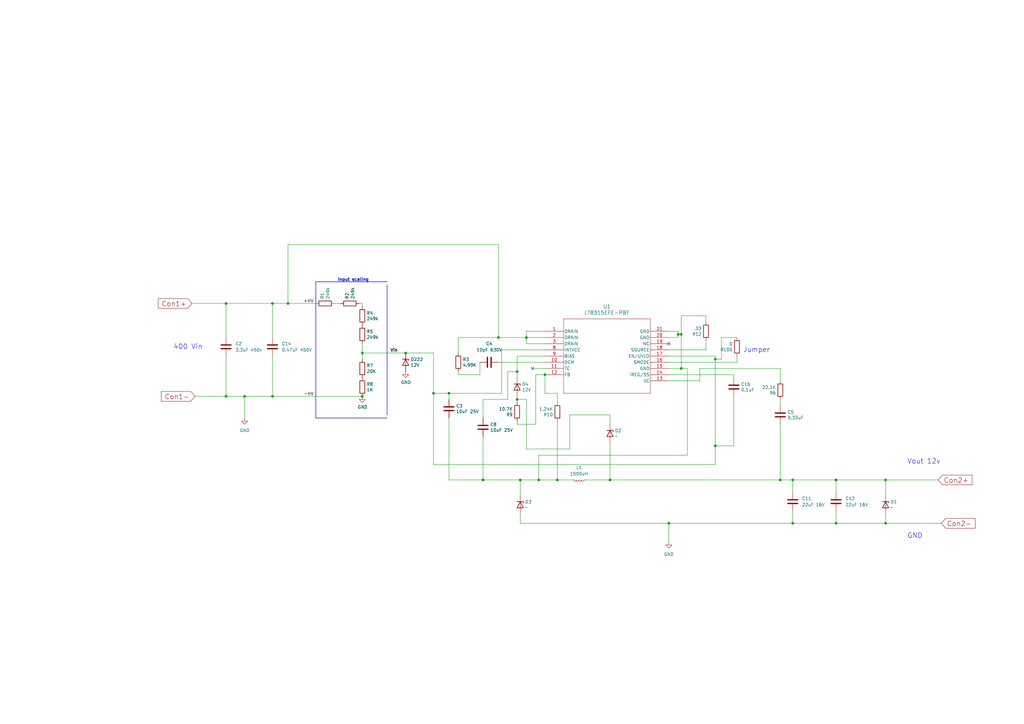
<source format=kicad_sch>
(kicad_sch (version 20230121) (generator eeschema)

  (uuid 9b1cb9e4-db35-406f-93b4-332c1c08ed7c)

  (paper "A3")

  (title_block
    (title "Voltage Present")
    (date "2024-03-04")
    (company "RPI ")
  )

  (lib_symbols
    (symbol "2024-03-05_01-40-58:LT8315EFE-PBF" (pin_names (offset 0.254)) (in_bom yes) (on_board yes)
      (property "Reference" "U" (at 25.4 10.16 0)
        (effects (font (size 1.524 1.524)))
      )
      (property "Value" "LT8315EFE-PBF" (at 25.4 7.62 0)
        (effects (font (size 1.524 1.524)))
      )
      (property "Footprint" "FE_20BB_ADI" (at 0 0 0)
        (effects (font (size 1.27 1.27) italic) hide)
      )
      (property "Datasheet" "LT8315EFE-PBF" (at 0 0 0)
        (effects (font (size 1.27 1.27) italic) hide)
      )
      (property "ki_locked" "" (at 0 0 0)
        (effects (font (size 1.27 1.27)))
      )
      (property "ki_keywords" "LT8315EFE#PBF" (at 0 0 0)
        (effects (font (size 1.27 1.27)) hide)
      )
      (property "ki_fp_filters" "FE_20BB_ADI FE_20_ADI-M FE_20_ADI-L" (at 0 0 0)
        (effects (font (size 1.27 1.27)) hide)
      )
      (symbol "LT8315EFE-PBF_0_1"
        (polyline
          (pts
            (xy 7.62 -25.4)
            (xy 43.18 -25.4)
          )
          (stroke (width 0.127) (type default))
          (fill (type none))
        )
        (polyline
          (pts
            (xy 7.62 5.08)
            (xy 7.62 -25.4)
          )
          (stroke (width 0.127) (type default))
          (fill (type none))
        )
        (polyline
          (pts
            (xy 43.18 -25.4)
            (xy 43.18 5.08)
          )
          (stroke (width 0.127) (type default))
          (fill (type none))
        )
        (polyline
          (pts
            (xy 43.18 5.08)
            (xy 7.62 5.08)
          )
          (stroke (width 0.127) (type default))
          (fill (type none))
        )
        (pin unspecified line (at 0 0 0) (length 7.62)
          (name "DRAIN" (effects (font (size 1.27 1.27))))
          (number "1" (effects (font (size 1.27 1.27))))
        )
        (pin unspecified line (at 0 -12.7 0) (length 7.62)
          (name "DCM" (effects (font (size 1.27 1.27))))
          (number "10" (effects (font (size 1.27 1.27))))
        )
        (pin unspecified line (at 0 -15.24 0) (length 7.62)
          (name "TC" (effects (font (size 1.27 1.27))))
          (number "11" (effects (font (size 1.27 1.27))))
        )
        (pin unspecified line (at 0 -17.78 0) (length 7.62)
          (name "FB" (effects (font (size 1.27 1.27))))
          (number "12" (effects (font (size 1.27 1.27))))
        )
        (pin unspecified line (at 50.8 -20.32 180) (length 7.62)
          (name "VC" (effects (font (size 1.27 1.27))))
          (number "13" (effects (font (size 1.27 1.27))))
        )
        (pin unspecified line (at 50.8 -17.78 180) (length 7.62)
          (name "IREG/SS" (effects (font (size 1.27 1.27))))
          (number "14" (effects (font (size 1.27 1.27))))
        )
        (pin unspecified line (at 50.8 -15.24 180) (length 7.62)
          (name "GND" (effects (font (size 1.27 1.27))))
          (number "15" (effects (font (size 1.27 1.27))))
        )
        (pin unspecified line (at 50.8 -12.7 180) (length 7.62)
          (name "SMODE" (effects (font (size 1.27 1.27))))
          (number "16" (effects (font (size 1.27 1.27))))
        )
        (pin unspecified line (at 50.8 -10.16 180) (length 7.62)
          (name "EN/UVLO" (effects (font (size 1.27 1.27))))
          (number "17" (effects (font (size 1.27 1.27))))
        )
        (pin unspecified line (at 50.8 -7.62 180) (length 7.62)
          (name "SOURCE" (effects (font (size 1.27 1.27))))
          (number "18" (effects (font (size 1.27 1.27))))
        )
        (pin unspecified line (at 50.8 -5.08 180) (length 7.62)
          (name "NC" (effects (font (size 1.27 1.27))))
          (number "19" (effects (font (size 1.27 1.27))))
        )
        (pin unspecified line (at 0 -2.54 0) (length 7.62)
          (name "DRAIN" (effects (font (size 1.27 1.27))))
          (number "2" (effects (font (size 1.27 1.27))))
        )
        (pin unspecified line (at 50.8 -2.54 180) (length 7.62)
          (name "GND" (effects (font (size 1.27 1.27))))
          (number "20" (effects (font (size 1.27 1.27))))
        )
        (pin unspecified line (at 50.8 0 180) (length 7.62)
          (name "GND" (effects (font (size 1.27 1.27))))
          (number "21" (effects (font (size 1.27 1.27))))
        )
        (pin unspecified line (at 0 -5.08 0) (length 7.62)
          (name "DRAIN" (effects (font (size 1.27 1.27))))
          (number "3" (effects (font (size 1.27 1.27))))
        )
        (pin unspecified line (at 0 -7.62 0) (length 7.62)
          (name "INTVCC" (effects (font (size 1.27 1.27))))
          (number "8" (effects (font (size 1.27 1.27))))
        )
        (pin unspecified line (at 0 -10.16 0) (length 7.62)
          (name "BIAS" (effects (font (size 1.27 1.27))))
          (number "9" (effects (font (size 1.27 1.27))))
        )
      )
    )
    (symbol "Device:C" (pin_numbers hide) (pin_names (offset 0.254)) (in_bom yes) (on_board yes)
      (property "Reference" "C" (at 0.635 2.54 0)
        (effects (font (size 1.27 1.27)) (justify left))
      )
      (property "Value" "C" (at 0.635 -2.54 0)
        (effects (font (size 1.27 1.27)) (justify left))
      )
      (property "Footprint" "" (at 0.9652 -3.81 0)
        (effects (font (size 1.27 1.27)) hide)
      )
      (property "Datasheet" "~" (at 0 0 0)
        (effects (font (size 1.27 1.27)) hide)
      )
      (property "ki_keywords" "cap capacitor" (at 0 0 0)
        (effects (font (size 1.27 1.27)) hide)
      )
      (property "ki_description" "Unpolarized capacitor" (at 0 0 0)
        (effects (font (size 1.27 1.27)) hide)
      )
      (property "ki_fp_filters" "C_*" (at 0 0 0)
        (effects (font (size 1.27 1.27)) hide)
      )
      (symbol "C_0_1"
        (polyline
          (pts
            (xy -2.032 -0.762)
            (xy 2.032 -0.762)
          )
          (stroke (width 0.508) (type default))
          (fill (type none))
        )
        (polyline
          (pts
            (xy -2.032 0.762)
            (xy 2.032 0.762)
          )
          (stroke (width 0.508) (type default))
          (fill (type none))
        )
      )
      (symbol "C_1_1"
        (pin passive line (at 0 3.81 270) (length 2.794)
          (name "~" (effects (font (size 1.27 1.27))))
          (number "1" (effects (font (size 1.27 1.27))))
        )
        (pin passive line (at 0 -3.81 90) (length 2.794)
          (name "~" (effects (font (size 1.27 1.27))))
          (number "2" (effects (font (size 1.27 1.27))))
        )
      )
    )
    (symbol "Device:D_Zener" (pin_numbers hide) (pin_names (offset 1.016) hide) (in_bom yes) (on_board yes)
      (property "Reference" "D" (at 0 2.54 0)
        (effects (font (size 1.27 1.27)))
      )
      (property "Value" "D_Zener" (at 0 -2.54 0)
        (effects (font (size 1.27 1.27)))
      )
      (property "Footprint" "" (at 0 0 0)
        (effects (font (size 1.27 1.27)) hide)
      )
      (property "Datasheet" "~" (at 0 0 0)
        (effects (font (size 1.27 1.27)) hide)
      )
      (property "ki_keywords" "diode" (at 0 0 0)
        (effects (font (size 1.27 1.27)) hide)
      )
      (property "ki_description" "Zener diode" (at 0 0 0)
        (effects (font (size 1.27 1.27)) hide)
      )
      (property "ki_fp_filters" "TO-???* *_Diode_* *SingleDiode* D_*" (at 0 0 0)
        (effects (font (size 1.27 1.27)) hide)
      )
      (symbol "D_Zener_0_1"
        (polyline
          (pts
            (xy 1.27 0)
            (xy -1.27 0)
          )
          (stroke (width 0) (type default))
          (fill (type none))
        )
        (polyline
          (pts
            (xy -1.27 -1.27)
            (xy -1.27 1.27)
            (xy -0.762 1.27)
          )
          (stroke (width 0.254) (type default))
          (fill (type none))
        )
        (polyline
          (pts
            (xy 1.27 -1.27)
            (xy 1.27 1.27)
            (xy -1.27 0)
            (xy 1.27 -1.27)
          )
          (stroke (width 0.254) (type default))
          (fill (type none))
        )
      )
      (symbol "D_Zener_1_1"
        (pin passive line (at -3.81 0 0) (length 2.54)
          (name "K" (effects (font (size 1.27 1.27))))
          (number "1" (effects (font (size 1.27 1.27))))
        )
        (pin passive line (at 3.81 0 180) (length 2.54)
          (name "A" (effects (font (size 1.27 1.27))))
          (number "2" (effects (font (size 1.27 1.27))))
        )
      )
    )
    (symbol "Device:L_Small" (pin_numbers hide) (pin_names (offset 0.254) hide) (in_bom yes) (on_board yes)
      (property "Reference" "L" (at 0.762 1.016 0)
        (effects (font (size 1.27 1.27)) (justify left))
      )
      (property "Value" "L_Small" (at 0.762 -1.016 0)
        (effects (font (size 1.27 1.27)) (justify left))
      )
      (property "Footprint" "" (at 0 0 0)
        (effects (font (size 1.27 1.27)) hide)
      )
      (property "Datasheet" "~" (at 0 0 0)
        (effects (font (size 1.27 1.27)) hide)
      )
      (property "ki_keywords" "inductor choke coil reactor magnetic" (at 0 0 0)
        (effects (font (size 1.27 1.27)) hide)
      )
      (property "ki_description" "Inductor, small symbol" (at 0 0 0)
        (effects (font (size 1.27 1.27)) hide)
      )
      (property "ki_fp_filters" "Choke_* *Coil* Inductor_* L_*" (at 0 0 0)
        (effects (font (size 1.27 1.27)) hide)
      )
      (symbol "L_Small_0_1"
        (arc (start 0 -2.032) (mid 0.5058 -1.524) (end 0 -1.016)
          (stroke (width 0) (type default))
          (fill (type none))
        )
        (arc (start 0 -1.016) (mid 0.5058 -0.508) (end 0 0)
          (stroke (width 0) (type default))
          (fill (type none))
        )
        (arc (start 0 0) (mid 0.5058 0.508) (end 0 1.016)
          (stroke (width 0) (type default))
          (fill (type none))
        )
        (arc (start 0 1.016) (mid 0.5058 1.524) (end 0 2.032)
          (stroke (width 0) (type default))
          (fill (type none))
        )
      )
      (symbol "L_Small_1_1"
        (pin passive line (at 0 2.54 270) (length 0.508)
          (name "~" (effects (font (size 1.27 1.27))))
          (number "1" (effects (font (size 1.27 1.27))))
        )
        (pin passive line (at 0 -2.54 90) (length 0.508)
          (name "~" (effects (font (size 1.27 1.27))))
          (number "2" (effects (font (size 1.27 1.27))))
        )
      )
    )
    (symbol "Device:R" (pin_numbers hide) (pin_names (offset 0)) (in_bom yes) (on_board yes)
      (property "Reference" "R" (at 2.032 0 90)
        (effects (font (size 1.27 1.27)))
      )
      (property "Value" "R" (at 0 0 90)
        (effects (font (size 1.27 1.27)))
      )
      (property "Footprint" "" (at -1.778 0 90)
        (effects (font (size 1.27 1.27)) hide)
      )
      (property "Datasheet" "~" (at 0 0 0)
        (effects (font (size 1.27 1.27)) hide)
      )
      (property "ki_keywords" "R res resistor" (at 0 0 0)
        (effects (font (size 1.27 1.27)) hide)
      )
      (property "ki_description" "Resistor" (at 0 0 0)
        (effects (font (size 1.27 1.27)) hide)
      )
      (property "ki_fp_filters" "R_*" (at 0 0 0)
        (effects (font (size 1.27 1.27)) hide)
      )
      (symbol "R_0_1"
        (rectangle (start -1.016 -2.54) (end 1.016 2.54)
          (stroke (width 0.254) (type default))
          (fill (type none))
        )
      )
      (symbol "R_1_1"
        (pin passive line (at 0 3.81 270) (length 1.27)
          (name "~" (effects (font (size 1.27 1.27))))
          (number "1" (effects (font (size 1.27 1.27))))
        )
        (pin passive line (at 0 -3.81 90) (length 1.27)
          (name "~" (effects (font (size 1.27 1.27))))
          (number "2" (effects (font (size 1.27 1.27))))
        )
      )
    )
    (symbol "power:GND" (power) (pin_names (offset 0)) (in_bom yes) (on_board yes)
      (property "Reference" "#PWR" (at 0 -6.35 0)
        (effects (font (size 1.27 1.27)) hide)
      )
      (property "Value" "GND" (at 0 -3.81 0)
        (effects (font (size 1.27 1.27)))
      )
      (property "Footprint" "" (at 0 0 0)
        (effects (font (size 1.27 1.27)) hide)
      )
      (property "Datasheet" "" (at 0 0 0)
        (effects (font (size 1.27 1.27)) hide)
      )
      (property "ki_keywords" "global power" (at 0 0 0)
        (effects (font (size 1.27 1.27)) hide)
      )
      (property "ki_description" "Power symbol creates a global label with name \"GND\" , ground" (at 0 0 0)
        (effects (font (size 1.27 1.27)) hide)
      )
      (symbol "GND_0_1"
        (polyline
          (pts
            (xy 0 0)
            (xy 0 -1.27)
            (xy 1.27 -1.27)
            (xy 0 -2.54)
            (xy -1.27 -1.27)
            (xy 0 -1.27)
          )
          (stroke (width 0) (type default))
          (fill (type none))
        )
      )
      (symbol "GND_1_1"
        (pin power_in line (at 0 0 270) (length 0) hide
          (name "GND" (effects (font (size 1.27 1.27))))
          (number "1" (effects (font (size 1.27 1.27))))
        )
      )
    )
  )

  (junction (at 166.37 144.78) (diameter 0) (color 0 0 0 0)
    (uuid 01934263-9507-4a43-bef8-428e050c5da8)
  )
  (junction (at 325.12 214.63) (diameter 0) (color 0 0 0 0)
    (uuid 100b59e0-2d49-4f30-b2af-30bd6aa71460)
  )
  (junction (at 92.71 124.46) (diameter 0) (color 0 0 0 0)
    (uuid 12a20599-861a-4253-bf4e-fc64b28b915d)
  )
  (junction (at 111.76 162.56) (diameter 0) (color 0 0 0 0)
    (uuid 1481912c-4650-4886-9824-329e2973aaf7)
  )
  (junction (at 279.4 151.13) (diameter 0) (color 0 0 0 0)
    (uuid 14f85b5e-f598-444e-ac7b-58426d104101)
  )
  (junction (at 223.52 153.67) (diameter 0) (color 0 0 0 0)
    (uuid 21563bdd-1316-4836-9250-e6fec0121f25)
  )
  (junction (at 198.12 196.85) (diameter 0) (color 0 0 0 0)
    (uuid 25dd357b-6753-4d2f-b1ec-3ae8cde38711)
  )
  (junction (at 293.37 182.88) (diameter 0) (color 0 0 0 0)
    (uuid 2ab2a515-927c-4cab-8453-2497b6a78e1c)
  )
  (junction (at 320.04 196.85) (diameter 0) (color 0 0 0 0)
    (uuid 33316e70-1b20-433a-8fd8-51b4b59daea9)
  )
  (junction (at 220.98 196.85) (diameter 0) (color 0 0 0 0)
    (uuid 38e1a05a-5cad-484a-ae3e-fcf548956998)
  )
  (junction (at 215.9 138.43) (diameter 0) (color 0 0 0 0)
    (uuid 400a60d7-dcd4-4a3c-be74-e9371f9f82a5)
  )
  (junction (at 228.6 196.85) (diameter 0) (color 0 0 0 0)
    (uuid 4bd5f9bd-1726-4d09-8c19-d158fcb58f55)
  )
  (junction (at 212.09 152.4) (diameter 0) (color 0 0 0 0)
    (uuid 55f770e4-6120-40b2-956c-9f45f80ac41d)
  )
  (junction (at 148.59 162.56) (diameter 0) (color 0 0 0 0)
    (uuid 61630378-4930-47f2-861f-8c039a65bec4)
  )
  (junction (at 363.22 214.63) (diameter 0) (color 0 0 0 0)
    (uuid 71e12183-896c-4f4f-a8c3-bc085d01a3bb)
  )
  (junction (at 177.8 161.29) (diameter 0) (color 0 0 0 0)
    (uuid 76e05c76-bfa7-4c58-8374-39662b7f7b26)
  )
  (junction (at 274.32 214.63) (diameter 0) (color 0 0 0 0)
    (uuid 7822a5c5-26f8-4b68-9582-683d039f0e75)
  )
  (junction (at 111.76 124.46) (diameter 0) (color 0 0 0 0)
    (uuid 7930a773-f2c4-42e6-9938-b695bea177a9)
  )
  (junction (at 100.33 162.56) (diameter 0) (color 0 0 0 0)
    (uuid 7d47099b-bf63-432d-9542-16ce8e6fa6fa)
  )
  (junction (at 279.4 137.16) (diameter 0) (color 0 0 0 0)
    (uuid 83809c13-a4fd-45e0-a923-4756519d6fb8)
  )
  (junction (at 148.59 144.78) (diameter 0) (color 0 0 0 0)
    (uuid 854802cc-8896-468d-886f-294f0eb8ca8a)
  )
  (junction (at 204.47 138.43) (diameter 0) (color 0 0 0 0)
    (uuid a874f89d-fb56-4398-8d60-17bdfbf314bd)
  )
  (junction (at 278.13 137.16) (diameter 0) (color 0 0 0 0)
    (uuid ac058349-5ad3-4c00-ba0b-feaf89e14bef)
  )
  (junction (at 212.09 163.83) (diameter 0) (color 0 0 0 0)
    (uuid ac8a34a1-d9aa-4aba-90d9-fd33bc076fd0)
  )
  (junction (at 250.19 196.85) (diameter 0) (color 0 0 0 0)
    (uuid af9755f8-dd8e-4887-b6e2-010896241291)
  )
  (junction (at 342.9 214.63) (diameter 0) (color 0 0 0 0)
    (uuid b6ed29e9-5174-4b6e-bbdb-2b00f102d142)
  )
  (junction (at 293.37 147.32) (diameter 0) (color 0 0 0 0)
    (uuid b97c8289-3f8a-4c65-b5f5-3d95d37dd07c)
  )
  (junction (at 118.11 124.46) (diameter 0) (color 0 0 0 0)
    (uuid cacbd9ee-0c79-4d3a-9dd0-1abdbeedfaa4)
  )
  (junction (at 325.12 196.85) (diameter 0) (color 0 0 0 0)
    (uuid d4d1a91a-96bb-4245-bbd2-5843c3c58f84)
  )
  (junction (at 363.22 196.85) (diameter 0) (color 0 0 0 0)
    (uuid d7ccefc2-c964-4f69-b62a-1a3e00045aac)
  )
  (junction (at 213.36 196.85) (diameter 0) (color 0 0 0 0)
    (uuid e50f4947-29a3-4cf5-b38d-5516a23df6ce)
  )
  (junction (at 342.9 196.85) (diameter 0) (color 0 0 0 0)
    (uuid ef88fff4-89a5-4e0d-a91c-49cbaeb5dd34)
  )
  (junction (at 184.15 161.29) (diameter 0) (color 0 0 0 0)
    (uuid fefb327d-df85-4eeb-9c1a-1d9caa41a383)
  )
  (junction (at 92.71 162.56) (diameter 0) (color 0 0 0 0)
    (uuid ff096e1b-042c-4c0f-857a-5eaf736e462a)
  )

  (no_connect (at 274.32 140.97) (uuid 0d0ca0c8-35c5-4cea-951e-44b286dab679))
  (no_connect (at 218.44 151.13) (uuid e1f38c79-4abc-4084-ab93-48ead1bdadf3))

  (wire (pts (xy 363.22 196.85) (xy 384.81 196.85))
    (stroke (width 0) (type default))
    (uuid 05f45b71-2059-49fc-ac4c-cced456f902b)
  )
  (wire (pts (xy 212.09 152.4) (xy 212.09 146.05))
    (stroke (width 0) (type default))
    (uuid 06f77d3f-cd3d-4135-b1b4-3b9110ef9c5f)
  )
  (wire (pts (xy 212.09 162.56) (xy 212.09 163.83))
    (stroke (width 0) (type default))
    (uuid 08162c5e-872b-4067-9f00-28941fd5abd5)
  )
  (wire (pts (xy 228.6 172.72) (xy 228.6 196.85))
    (stroke (width 0) (type default))
    (uuid 08195af3-6591-4714-9b08-3163fabbc510)
  )
  (wire (pts (xy 177.8 161.29) (xy 177.8 190.5))
    (stroke (width 0) (type default))
    (uuid 08e88f9f-99a8-4885-8ca6-4d691124a14f)
  )
  (wire (pts (xy 148.59 140.97) (xy 148.59 144.78))
    (stroke (width 0) (type default))
    (uuid 09a5cea2-ccbf-496d-99f3-ffe4823ae2ef)
  )
  (wire (pts (xy 212.09 163.83) (xy 215.9 163.83))
    (stroke (width 0) (type default))
    (uuid 0a2e4475-c2fe-4712-9303-5acc6b6dd6cc)
  )
  (wire (pts (xy 293.37 182.88) (xy 293.37 147.32))
    (stroke (width 0) (type default))
    (uuid 0a95be20-a3a1-416b-84bc-448680c22388)
  )
  (wire (pts (xy 320.04 163.83) (xy 320.04 166.37))
    (stroke (width 0) (type default))
    (uuid 0c86177b-445e-458c-b867-29bae34e4a41)
  )
  (wire (pts (xy 302.26 148.59) (xy 302.26 146.05))
    (stroke (width 0) (type default))
    (uuid 0da09b2b-97bb-4f0c-aa09-af14ae54fc55)
  )
  (wire (pts (xy 148.59 144.78) (xy 166.37 144.78))
    (stroke (width 0) (type default))
    (uuid 0eed599f-a07e-46dc-9154-ff4520ae517c)
  )
  (wire (pts (xy 300.99 153.67) (xy 300.99 154.94))
    (stroke (width 0) (type default))
    (uuid 0fb5e22e-5cf2-4732-a328-d22296ed4d5f)
  )
  (wire (pts (xy 177.8 190.5) (xy 293.37 190.5))
    (stroke (width 0) (type default))
    (uuid 13e3955d-5b0a-4269-8c2d-570597cfb46d)
  )
  (wire (pts (xy 212.09 152.4) (xy 208.28 152.4))
    (stroke (width 0) (type default))
    (uuid 162d4dba-50a8-4185-af53-e050e6277e11)
  )
  (wire (pts (xy 177.8 144.78) (xy 177.8 161.29))
    (stroke (width 0) (type default))
    (uuid 1859b6a8-fe17-4a29-9ec9-0b488d2121b6)
  )
  (wire (pts (xy 208.28 163.83) (xy 198.12 163.83))
    (stroke (width 0) (type default))
    (uuid 1aa66ca5-a0eb-43e9-a17d-5ad052c0a255)
  )
  (wire (pts (xy 100.33 171.45) (xy 100.33 162.56))
    (stroke (width 0) (type default))
    (uuid 1e02d09c-a62f-4503-ac81-b38d1c805b3c)
  )
  (wire (pts (xy 198.12 179.07) (xy 198.12 196.85))
    (stroke (width 0) (type default))
    (uuid 212fd040-f17c-459c-9b6e-896161e3a42f)
  )
  (wire (pts (xy 184.15 161.29) (xy 177.8 161.29))
    (stroke (width 0) (type default))
    (uuid 2340313f-9b38-4d8b-b551-70f34004b6b3)
  )
  (wire (pts (xy 342.9 214.63) (xy 363.22 214.63))
    (stroke (width 0) (type default))
    (uuid 293e1215-ccc1-426b-b4c2-ee7a66154bcc)
  )
  (wire (pts (xy 281.94 186.69) (xy 220.98 186.69))
    (stroke (width 0) (type default))
    (uuid 2a65c9e5-67e4-43e4-aa17-9753804100c1)
  )
  (wire (pts (xy 78.74 124.46) (xy 92.71 124.46))
    (stroke (width 0) (type default))
    (uuid 2af9db7d-9a54-4b3f-91e6-6a5e8b3dbbb4)
  )
  (wire (pts (xy 250.19 196.85) (xy 320.04 196.85))
    (stroke (width 0) (type default))
    (uuid 2b6fdbeb-2b01-41c6-bb8c-059c70be1eff)
  )
  (wire (pts (xy 363.22 210.82) (xy 363.22 214.63))
    (stroke (width 0) (type default))
    (uuid 2cbba41c-556e-49ee-a822-6703d222738c)
  )
  (wire (pts (xy 204.47 138.43) (xy 215.9 138.43))
    (stroke (width 0) (type default))
    (uuid 30c539d7-952f-4eb9-8af0-8dc7377f1611)
  )
  (wire (pts (xy 342.9 196.85) (xy 363.22 196.85))
    (stroke (width 0) (type default))
    (uuid 320dba53-04d9-4e46-89eb-8eecd5c01247)
  )
  (wire (pts (xy 274.32 151.13) (xy 279.4 151.13))
    (stroke (width 0) (type default))
    (uuid 33e19a63-bcb4-4e5b-9b7d-0782d84b3bf4)
  )
  (wire (pts (xy 279.4 137.16) (xy 278.13 137.16))
    (stroke (width 0) (type default))
    (uuid 33fe52ee-fc5e-4416-b9f4-a07a60c184bc)
  )
  (wire (pts (xy 215.9 163.83) (xy 215.9 184.15))
    (stroke (width 0) (type default))
    (uuid 36586782-8cfc-49be-bcb0-c9b7300808ec)
  )
  (wire (pts (xy 166.37 144.78) (xy 177.8 144.78))
    (stroke (width 0) (type default))
    (uuid 3684e237-6035-4228-94a9-edfc2d7bd8a8)
  )
  (wire (pts (xy 92.71 124.46) (xy 111.76 124.46))
    (stroke (width 0) (type default))
    (uuid 37fc62d3-2e92-4118-8247-083648496926)
  )
  (wire (pts (xy 233.68 170.18) (xy 250.19 170.18))
    (stroke (width 0) (type default))
    (uuid 3c3a4cdb-6743-4903-a1df-bb5f4b44cc05)
  )
  (wire (pts (xy 147.32 124.46) (xy 148.59 124.46))
    (stroke (width 0) (type default))
    (uuid 3da4eb09-cbc6-4d70-b488-7dd250a08798)
  )
  (wire (pts (xy 198.12 163.83) (xy 198.12 171.45))
    (stroke (width 0) (type default))
    (uuid 3e00b1fc-cd12-4bec-81fc-4e65314adb43)
  )
  (wire (pts (xy 111.76 124.46) (xy 118.11 124.46))
    (stroke (width 0) (type default))
    (uuid 3eb08bcc-d3d6-4e7d-9c3a-b4b44c71e11a)
  )
  (wire (pts (xy 215.9 138.43) (xy 223.52 138.43))
    (stroke (width 0) (type default))
    (uuid 425293c4-038f-41d9-aaea-5078de0c17a2)
  )
  (polyline (pts (xy 158.75 116.84) (xy 158.75 170.18))
    (stroke (width 0.2032) (type default))
    (uuid 4285ac20-5e06-42c3-a553-3872f048a6b9)
  )

  (wire (pts (xy 274.32 135.89) (xy 278.13 135.89))
    (stroke (width 0) (type default))
    (uuid 42ad12aa-97c9-4c11-8c47-57180faaba78)
  )
  (wire (pts (xy 218.44 151.13) (xy 223.52 151.13))
    (stroke (width 0) (type default))
    (uuid 45fbb59b-ab1b-441d-957b-bd2e6fba166b)
  )
  (wire (pts (xy 204.47 148.59) (xy 223.52 148.59))
    (stroke (width 0) (type default))
    (uuid 4c499b5e-569d-44c1-8492-04deeb3e6170)
  )
  (wire (pts (xy 215.9 140.97) (xy 215.9 138.43))
    (stroke (width 0) (type default))
    (uuid 4e48d705-5387-4473-aef0-0ec9d466f7cc)
  )
  (wire (pts (xy 187.96 138.43) (xy 187.96 144.78))
    (stroke (width 0) (type default))
    (uuid 4ed4f3cd-8248-4537-8ce9-2514d4a7b27a)
  )
  (wire (pts (xy 274.32 214.63) (xy 325.12 214.63))
    (stroke (width 0) (type default))
    (uuid 4f9e77e5-de66-4c53-b828-20a0f7549dbb)
  )
  (wire (pts (xy 325.12 214.63) (xy 342.9 214.63))
    (stroke (width 0) (type default))
    (uuid 57ec1fea-e80a-4ec5-82f4-6b306d8b3ea4)
  )
  (wire (pts (xy 325.12 196.85) (xy 342.9 196.85))
    (stroke (width 0) (type default))
    (uuid 59411bce-78a7-4e5e-a2b1-e016c37ec835)
  )
  (wire (pts (xy 198.12 196.85) (xy 213.36 196.85))
    (stroke (width 0) (type default))
    (uuid 59973c9f-bced-479a-bad7-f902413ce702)
  )
  (wire (pts (xy 100.33 162.56) (xy 111.76 162.56))
    (stroke (width 0) (type default))
    (uuid 5a30f1b2-3aa3-4775-a4b7-97727cb42e43)
  )
  (wire (pts (xy 320.04 173.99) (xy 320.04 196.85))
    (stroke (width 0) (type default))
    (uuid 5b5e8c66-f917-42b3-a8fb-5f3d1cb1c22c)
  )
  (wire (pts (xy 228.6 196.85) (xy 234.95 196.85))
    (stroke (width 0) (type default))
    (uuid 5ba49395-d93c-4917-a3cf-445515591a98)
  )
  (wire (pts (xy 213.36 210.82) (xy 213.36 214.63))
    (stroke (width 0) (type default))
    (uuid 5ef09afe-9f36-4053-999f-04f4323664b4)
  )
  (wire (pts (xy 300.99 162.56) (xy 300.99 182.88))
    (stroke (width 0) (type default))
    (uuid 606aa9da-881b-4f6a-8ad8-b21f69270197)
  )
  (wire (pts (xy 215.9 184.15) (xy 233.68 184.15))
    (stroke (width 0) (type default))
    (uuid 607db615-a0dd-4657-ab47-c233e6e789fb)
  )
  (wire (pts (xy 220.98 196.85) (xy 228.6 196.85))
    (stroke (width 0) (type default))
    (uuid 622164da-e548-4308-b783-411643a510b5)
  )
  (wire (pts (xy 274.32 143.51) (xy 289.56 143.51))
    (stroke (width 0) (type default))
    (uuid 64be433d-5e14-4aee-a0af-53e1fdc366b7)
  )
  (wire (pts (xy 281.94 151.13) (xy 281.94 186.69))
    (stroke (width 0) (type default))
    (uuid 6b8fca89-0913-4b3f-a5d9-77e231a76064)
  )
  (wire (pts (xy 205.74 143.51) (xy 205.74 161.29))
    (stroke (width 0) (type default))
    (uuid 6c519026-ae95-4f75-86b1-87486003a8a2)
  )
  (wire (pts (xy 274.32 148.59) (xy 302.26 148.59))
    (stroke (width 0) (type default))
    (uuid 6c6f8e35-adee-479b-a244-2d03d893f6da)
  )
  (wire (pts (xy 223.52 153.67) (xy 223.52 161.29))
    (stroke (width 0) (type default))
    (uuid 6c9d22d0-14c0-4814-be3f-a98b6abf12a6)
  )
  (wire (pts (xy 213.36 196.85) (xy 220.98 196.85))
    (stroke (width 0) (type default))
    (uuid 6c9f385f-6dc6-4a43-bebe-b039c21a9de6)
  )
  (wire (pts (xy 289.56 143.51) (xy 289.56 139.7))
    (stroke (width 0) (type default))
    (uuid 7096eebf-bdc8-4a57-95d5-c8670037b24f)
  )
  (wire (pts (xy 278.13 135.89) (xy 278.13 137.16))
    (stroke (width 0) (type default))
    (uuid 70c020cf-701e-4315-9aa5-a28cc04b48c8)
  )
  (wire (pts (xy 208.28 152.4) (xy 208.28 163.83))
    (stroke (width 0) (type default))
    (uuid 71da3b56-694d-401b-938c-ebedf59a1a2f)
  )
  (wire (pts (xy 196.85 153.67) (xy 187.96 153.67))
    (stroke (width 0) (type default))
    (uuid 736eb013-4583-47a9-b17c-e8e34ac56e07)
  )
  (wire (pts (xy 219.71 173.99) (xy 219.71 153.67))
    (stroke (width 0) (type default))
    (uuid 73e18fc9-e626-43d8-a83e-0039f3a98ba6)
  )
  (wire (pts (xy 212.09 172.72) (xy 212.09 173.99))
    (stroke (width 0) (type default))
    (uuid 770e0e53-5e05-4d56-8c3a-07040e1e291d)
  )
  (polyline (pts (xy 129.54 171.45) (xy 129.54 115.57))
    (stroke (width 0.2032) (type default))
    (uuid 7821c83e-6135-4dc3-9d7e-614097884959)
  )

  (wire (pts (xy 233.68 184.15) (xy 233.68 170.18))
    (stroke (width 0) (type default))
    (uuid 7a047e39-2614-4b65-801d-1ccba4f5bd31)
  )
  (wire (pts (xy 223.52 140.97) (xy 215.9 140.97))
    (stroke (width 0) (type default))
    (uuid 7c353de9-7e8b-41bf-9ed2-ddc58a3c7cd7)
  )
  (wire (pts (xy 219.71 153.67) (xy 223.52 153.67))
    (stroke (width 0) (type default))
    (uuid 7d560104-78df-4114-aa16-e34ef2eac583)
  )
  (wire (pts (xy 287.02 151.13) (xy 320.04 151.13))
    (stroke (width 0) (type default))
    (uuid 85e81180-5025-4d38-93e9-2b731cdafcd1)
  )
  (wire (pts (xy 148.59 144.78) (xy 148.59 147.32))
    (stroke (width 0) (type default))
    (uuid 88e4d4c2-2f0b-47ca-aefa-90d465617d6e)
  )
  (wire (pts (xy 137.16 124.46) (xy 139.7 124.46))
    (stroke (width 0) (type default))
    (uuid 8c367613-c54c-4669-9c85-da9dff3b25ec)
  )
  (wire (pts (xy 320.04 196.85) (xy 325.12 196.85))
    (stroke (width 0) (type default))
    (uuid 8de5f500-341e-4beb-9d1d-11b4016253b0)
  )
  (wire (pts (xy 212.09 163.83) (xy 212.09 165.1))
    (stroke (width 0) (type default))
    (uuid 9356685b-23fb-43c6-9b49-a2c586ab0a42)
  )
  (wire (pts (xy 363.22 214.63) (xy 386.08 214.63))
    (stroke (width 0) (type default))
    (uuid 94078357-9b3e-457c-8478-9c42dd07bb8b)
  )
  (wire (pts (xy 278.13 137.16) (xy 278.13 138.43))
    (stroke (width 0) (type default))
    (uuid 94900495-3f94-433f-a5ff-a30d4550b2c1)
  )
  (wire (pts (xy 118.11 124.46) (xy 129.54 124.46))
    (stroke (width 0) (type default))
    (uuid 97842812-6e58-4d81-a172-63cb3b8fd694)
  )
  (wire (pts (xy 223.52 135.89) (xy 215.9 135.89))
    (stroke (width 0) (type default))
    (uuid 97f551d6-53d6-4fbc-b211-66ea3e03f0b9)
  )
  (wire (pts (xy 289.56 129.54) (xy 279.4 129.54))
    (stroke (width 0) (type default))
    (uuid 9853a9d9-7866-400a-a9ec-64df4b6ddef3)
  )
  (wire (pts (xy 293.37 147.32) (xy 293.37 146.05))
    (stroke (width 0) (type default))
    (uuid 9c0fe2ed-dd55-4263-a5a0-f35fb860e089)
  )
  (polyline (pts (xy 158.75 171.45) (xy 129.54 171.45))
    (stroke (width 0.2032) (type default))
    (uuid 9e91e0d2-874b-4566-a781-a5a509d4cd4d)
  )

  (wire (pts (xy 184.15 196.85) (xy 198.12 196.85))
    (stroke (width 0) (type default))
    (uuid 9fc48efe-6661-430b-bcdd-931be7aa07b4)
  )
  (wire (pts (xy 223.52 161.29) (xy 228.6 161.29))
    (stroke (width 0) (type default))
    (uuid a04ab04f-0f3b-4066-a838-468ba951d47c)
  )
  (wire (pts (xy 300.99 182.88) (xy 293.37 182.88))
    (stroke (width 0) (type default))
    (uuid a08f5ed4-f4b1-4833-8c9d-2f8480e3716d)
  )
  (wire (pts (xy 295.91 147.32) (xy 293.37 147.32))
    (stroke (width 0) (type default))
    (uuid a33b9a1e-6ebd-48eb-911c-551ffaa9c4a2)
  )
  (wire (pts (xy 184.15 171.45) (xy 184.15 196.85))
    (stroke (width 0) (type default))
    (uuid a6a7a21d-a949-46af-9fe2-b17b637f9935)
  )
  (wire (pts (xy 274.32 153.67) (xy 300.99 153.67))
    (stroke (width 0) (type default))
    (uuid aacccb33-c1c1-4f2e-b4e5-1ef8cb9f0fed)
  )
  (wire (pts (xy 274.32 156.21) (xy 287.02 156.21))
    (stroke (width 0) (type default))
    (uuid ad7ea34c-16b7-41eb-ae42-7f3f4364f4a4)
  )
  (wire (pts (xy 92.71 162.56) (xy 100.33 162.56))
    (stroke (width 0) (type default))
    (uuid afca0875-4444-40a0-980f-d586c56a0fcd)
  )
  (wire (pts (xy 325.12 196.85) (xy 325.12 201.93))
    (stroke (width 0) (type default))
    (uuid b36d89c8-d943-4cf3-ab9d-a29061cb7074)
  )
  (wire (pts (xy 111.76 124.46) (xy 111.76 138.43))
    (stroke (width 0) (type default))
    (uuid b3aaa81b-5aab-439b-bb33-f87d915a2d01)
  )
  (wire (pts (xy 92.71 146.05) (xy 92.71 162.56))
    (stroke (width 0) (type default))
    (uuid b77c455f-9193-490b-95a4-d7c74a7f62e2)
  )
  (wire (pts (xy 295.91 138.43) (xy 295.91 147.32))
    (stroke (width 0) (type default))
    (uuid baf82d69-0d31-4508-86fd-0ef93b3d7f1e)
  )
  (wire (pts (xy 274.32 214.63) (xy 274.32 222.25))
    (stroke (width 0) (type default))
    (uuid bd537cf1-1697-414f-8b47-6ce605eaa31c)
  )
  (wire (pts (xy 240.03 196.85) (xy 250.19 196.85))
    (stroke (width 0) (type default))
    (uuid bddcd5a1-963f-403f-95bc-1d1064f43611)
  )
  (wire (pts (xy 293.37 146.05) (xy 274.32 146.05))
    (stroke (width 0) (type default))
    (uuid be4c7bef-62be-4072-aaa0-eacd447fd510)
  )
  (wire (pts (xy 118.11 100.33) (xy 118.11 124.46))
    (stroke (width 0) (type default))
    (uuid bf25505e-ec07-48bc-bbc9-b1408ea2e47a)
  )
  (wire (pts (xy 279.4 129.54) (xy 279.4 137.16))
    (stroke (width 0) (type default))
    (uuid c04c1085-0242-4285-89ae-27da3466f7c2)
  )
  (wire (pts (xy 289.56 129.54) (xy 289.56 132.08))
    (stroke (width 0) (type default))
    (uuid c29c4459-225e-499d-b71f-0fdf7ca236ed)
  )
  (wire (pts (xy 204.47 138.43) (xy 204.47 100.33))
    (stroke (width 0) (type default))
    (uuid c2a0770f-d748-4a29-bbe4-5e3d483afc3d)
  )
  (wire (pts (xy 213.36 196.85) (xy 213.36 203.2))
    (stroke (width 0) (type default))
    (uuid c5876205-b5ce-4419-b86c-31391a9be00f)
  )
  (wire (pts (xy 205.74 143.51) (xy 223.52 143.51))
    (stroke (width 0) (type default))
    (uuid c6862be7-51df-4db9-901e-e17937c89b65)
  )
  (wire (pts (xy 287.02 156.21) (xy 287.02 151.13))
    (stroke (width 0) (type default))
    (uuid c761eb73-a4f1-4f6a-b610-6b6af94ee9dd)
  )
  (wire (pts (xy 148.59 124.46) (xy 148.59 125.73))
    (stroke (width 0) (type default))
    (uuid c91a51e7-1dae-4a9a-9226-2369a103a253)
  )
  (wire (pts (xy 80.01 162.56) (xy 92.71 162.56))
    (stroke (width 0) (type default))
    (uuid cc3e18dd-1c1d-4c5d-82c3-f7b5966665ba)
  )
  (wire (pts (xy 228.6 161.29) (xy 228.6 165.1))
    (stroke (width 0) (type default))
    (uuid cfb0d0f7-2df7-4f2a-b903-c38e7da28b7c)
  )
  (wire (pts (xy 293.37 190.5) (xy 293.37 182.88))
    (stroke (width 0) (type default))
    (uuid d057d0fd-fed9-42d9-90bf-8772984af489)
  )
  (wire (pts (xy 279.4 137.16) (xy 279.4 151.13))
    (stroke (width 0) (type default))
    (uuid d17d9217-6e7c-4f47-8a0d-aedfc62dc654)
  )
  (wire (pts (xy 320.04 151.13) (xy 320.04 156.21))
    (stroke (width 0) (type default))
    (uuid d1c69d4c-784a-44b3-964a-00b0fa8f68de)
  )
  (wire (pts (xy 250.19 170.18) (xy 250.19 173.99))
    (stroke (width 0) (type default))
    (uuid d1f9aec5-6c4c-4505-8869-cf9c59630f22)
  )
  (wire (pts (xy 215.9 135.89) (xy 215.9 138.43))
    (stroke (width 0) (type default))
    (uuid d24823af-18c4-4931-acd3-184e5d4b7879)
  )
  (wire (pts (xy 250.19 181.61) (xy 250.19 196.85))
    (stroke (width 0) (type default))
    (uuid d29da3af-ac06-47d6-9647-c766df5233a2)
  )
  (wire (pts (xy 111.76 146.05) (xy 111.76 162.56))
    (stroke (width 0) (type default))
    (uuid d6a37806-8cae-4967-94e1-008e13de24ab)
  )
  (wire (pts (xy 212.09 154.94) (xy 212.09 152.4))
    (stroke (width 0) (type default))
    (uuid d724911d-2f8d-475f-a1e5-ba332cd46683)
  )
  (wire (pts (xy 274.32 138.43) (xy 278.13 138.43))
    (stroke (width 0) (type default))
    (uuid d751660f-35a2-4ac4-b843-1023605c3af1)
  )
  (wire (pts (xy 212.09 146.05) (xy 223.52 146.05))
    (stroke (width 0) (type default))
    (uuid d9f24b69-c98c-4c77-8685-6eaa84cb035e)
  )
  (wire (pts (xy 213.36 214.63) (xy 274.32 214.63))
    (stroke (width 0) (type default))
    (uuid dabaa9af-9d8d-4ad0-9d41-288b98c955f0)
  )
  (wire (pts (xy 342.9 196.85) (xy 342.9 201.93))
    (stroke (width 0) (type default))
    (uuid df89bd0f-64bd-4067-a9b0-f10b6dd6fdd6)
  )
  (wire (pts (xy 187.96 138.43) (xy 204.47 138.43))
    (stroke (width 0) (type default))
    (uuid e1f7d3f8-f28d-4267-a089-7929c6707dfc)
  )
  (wire (pts (xy 204.47 100.33) (xy 118.11 100.33))
    (stroke (width 0) (type default))
    (uuid e6d039f8-e86c-4706-8f2f-3f9202336dce)
  )
  (wire (pts (xy 111.76 162.56) (xy 148.59 162.56))
    (stroke (width 0) (type default))
    (uuid e78f57ec-e422-427c-b734-a900bdfe55a2)
  )
  (wire (pts (xy 184.15 161.29) (xy 184.15 163.83))
    (stroke (width 0) (type default))
    (uuid e83ffd37-0227-4c96-8563-20a6575811e8)
  )
  (wire (pts (xy 363.22 196.85) (xy 363.22 203.2))
    (stroke (width 0) (type default))
    (uuid e9bf1288-eef8-4380-9478-8b21dd8b6bd2)
  )
  (wire (pts (xy 342.9 209.55) (xy 342.9 214.63))
    (stroke (width 0) (type default))
    (uuid ebc104d2-2ff8-4137-b554-294c0dfc95e6)
  )
  (wire (pts (xy 302.26 138.43) (xy 295.91 138.43))
    (stroke (width 0) (type default))
    (uuid ebdff6b3-d8c2-4bcc-9eb8-05d083e9fcb1)
  )
  (wire (pts (xy 220.98 186.69) (xy 220.98 196.85))
    (stroke (width 0) (type default))
    (uuid efea45a7-8c1b-4441-84d8-94f657ab39a8)
  )
  (wire (pts (xy 184.15 161.29) (xy 205.74 161.29))
    (stroke (width 0) (type default))
    (uuid f15b988c-4a97-4d9f-91b1-8c0754e9b632)
  )
  (wire (pts (xy 325.12 209.55) (xy 325.12 214.63))
    (stroke (width 0) (type default))
    (uuid f2c18d74-398f-4c82-98dd-80a97dbd8666)
  )
  (wire (pts (xy 196.85 148.59) (xy 196.85 153.67))
    (stroke (width 0) (type default))
    (uuid f56c9e47-239f-488d-ae4d-dcd5e2114dd2)
  )
  (wire (pts (xy 187.96 152.4) (xy 187.96 153.67))
    (stroke (width 0) (type default))
    (uuid f5e99b14-a9a8-4a34-bfb3-f53aa0d61803)
  )
  (polyline (pts (xy 129.54 115.57) (xy 158.75 115.57))
    (stroke (width 0.2032) (type default))
    (uuid fa5a6c09-10e1-4789-bc90-1b9f96d8d0e6)
  )

  (wire (pts (xy 212.09 173.99) (xy 219.71 173.99))
    (stroke (width 0) (type default))
    (uuid fa742b0f-1a37-4515-bbb7-15d012421e80)
  )
  (wire (pts (xy 92.71 124.46) (xy 92.71 138.43))
    (stroke (width 0) (type default))
    (uuid fc12079c-98c4-4ae5-ad3c-06425de850cc)
  )
  (wire (pts (xy 279.4 151.13) (xy 281.94 151.13))
    (stroke (width 0) (type default))
    (uuid fd36056c-d9a4-4503-b138-9c2cda58c34b)
  )

  (text "Input scaling" (at 138.43 115.57 0)
    (effects (font (size 1.27 1.27) (thickness 0.254) bold) (justify left bottom))
    (uuid 2363b850-b329-4af6-b926-df8e7721e650)
  )
  (text "Vout 12v" (at 372.11 190.5 0)
    (effects (font (size 2.0066 2.0066)) (justify left bottom))
    (uuid 7f5265b6-afda-4d63-bddb-347e95f99d17)
  )
  (text "Jumper" (at 304.8 144.78 0)
    (effects (font (size 2.0066 2.0066)) (justify left bottom))
    (uuid 830f59d2-4344-4e87-8404-ec7a59ff0fcb)
  )
  (text "400 Vin" (at 71.12 143.51 0)
    (effects (font (size 2.0066 2.0066)) (justify left bottom))
    (uuid 930d24a3-9d78-473a-94e4-fb877919e36d)
  )
  (text "GND" (at 372.11 220.98 0)
    (effects (font (size 2.0066 2.0066)) (justify left bottom))
    (uuid 98ff97a6-c936-4f60-a2cd-dc52c13df25e)
  )

  (label "+HV" (at 124.46 124.46 0) (fields_autoplaced)
    (effects (font (size 1.27 1.27)) (justify left bottom))
    (uuid 4563c3ac-17b9-4667-9d06-233237cbf26a)
  )
  (label "-HV" (at 124.46 162.56 0) (fields_autoplaced)
    (effects (font (size 1.27 1.27)) (justify left bottom))
    (uuid 7b204958-ad03-43d3-9687-9995a1ac3bb7)
  )
  (label "Vin" (at 160.02 144.78 0) (fields_autoplaced)
    (effects (font (size 1.27 1.27) (thickness 0.254) bold) (justify left bottom))
    (uuid fcdd8988-7438-4a69-b180-1b443e372c1f)
  )

  (global_label "Con2+" (shape input) (at 384.81 196.85 0) (fields_autoplaced)
    (effects (font (size 2.0066 2.0066)) (justify left))
    (uuid 38f9f370-6edf-4ed2-b656-b1432e882eac)
    (property "Intersheetrefs" "${INTERSHEET_REFS}" (at 398.5254 196.85 0)
      (effects (font (size 1.27 1.27)) (justify left) hide)
    )
  )
  (global_label "Con1-" (shape input) (at 80.01 162.56 180) (fields_autoplaced)
    (effects (font (size 2.0066 2.0066)) (justify right))
    (uuid 5bae7a27-31f0-477b-9411-bdc95e71e272)
    (property "Intersheetrefs" "${INTERSHEET_REFS}" (at 66.2946 162.56 0)
      (effects (font (size 1.27 1.27)) (justify right) hide)
    )
  )
  (global_label "Con2-" (shape input) (at 386.08 214.63 0) (fields_autoplaced)
    (effects (font (size 2.0066 2.0066)) (justify left))
    (uuid 5f13fb04-bcc7-4eee-890d-469ce0b1547f)
    (property "Intersheetrefs" "${INTERSHEET_REFS}" (at 399.7954 214.63 0)
      (effects (font (size 1.27 1.27)) (justify left) hide)
    )
  )
  (global_label "Con1+" (shape input) (at 78.74 124.46 180) (fields_autoplaced)
    (effects (font (size 2.0066 2.0066)) (justify right))
    (uuid f11fa9d1-7046-45d4-a3e6-4309925eb915)
    (property "Intersheetrefs" "${INTERSHEET_REFS}" (at 65.0246 124.46 0)
      (effects (font (size 1.27 1.27)) (justify right) hide)
    )
  )

  (symbol (lib_id "Device:R") (at 148.59 137.16 0) (unit 1)
    (in_bom yes) (on_board yes) (dnp no)
    (uuid 00000000-0000-0000-0000-00005d491730)
    (property "Reference" "R5" (at 150.368 135.9916 0)
      (effects (font (size 1.27 1.27)) (justify left))
    )
    (property "Value" "249k" (at 150.368 138.303 0)
      (effects (font (size 1.27 1.27)) (justify left))
    )
    (property "Footprint" "Resistor_SMD:R_1206_3216Metric_Pad1.42x1.75mm_HandSolder" (at 146.812 137.16 90)
      (effects (font (size 1.27 1.27)) hide)
    )
    (property "Datasheet" "~" (at 148.59 137.16 0)
      (effects (font (size 1.27 1.27)) hide)
    )
    (pin "1" (uuid ec91848a-76f8-47b5-89bf-397eb8893e92))
    (pin "2" (uuid 1bdaae49-0a79-401a-aa43-87d466761288))
    (instances
      (project "TSALv3"
        (path "/9b1cb9e4-db35-406f-93b4-332c1c08ed7c"
          (reference "R5") (unit 1)
        )
      )
    )
  )

  (symbol (lib_id "Device:R") (at 148.59 151.13 0) (unit 1)
    (in_bom yes) (on_board yes) (dnp no)
    (uuid 00000000-0000-0000-0000-00005d49259d)
    (property "Reference" "R7" (at 150.368 149.9616 0)
      (effects (font (size 1.27 1.27)) (justify left))
    )
    (property "Value" "20K" (at 150.368 152.273 0)
      (effects (font (size 1.27 1.27)) (justify left))
    )
    (property "Footprint" "Resistor_SMD:R_1206_3216Metric_Pad1.42x1.75mm_HandSolder" (at 146.812 151.13 90)
      (effects (font (size 1.27 1.27)) hide)
    )
    (property "Datasheet" "~" (at 148.59 151.13 0)
      (effects (font (size 1.27 1.27)) hide)
    )
    (pin "1" (uuid dc9862e2-c3ae-4267-8ea1-5d0d83979d40))
    (pin "2" (uuid fa04886b-b7b4-44f2-a1e8-de58e750233d))
    (instances
      (project "TSALv3"
        (path "/9b1cb9e4-db35-406f-93b4-332c1c08ed7c"
          (reference "R7") (unit 1)
        )
      )
    )
  )

  (symbol (lib_id "Device:D_Zener") (at 166.37 148.59 270) (unit 1)
    (in_bom yes) (on_board yes) (dnp no)
    (uuid 00000000-0000-0000-0000-00005d49f208)
    (property "Reference" "D222" (at 168.3766 147.4216 90)
      (effects (font (size 1.27 1.27)) (justify left))
    )
    (property "Value" "12V" (at 168.3766 149.733 90)
      (effects (font (size 1.27 1.27)) (justify left))
    )
    (property "Footprint" "Diode_THT:D_DO-35_SOD27_P7.62mm_Horizontal" (at 166.37 148.59 0)
      (effects (font (size 1.27 1.27)) hide)
    )
    (property "Datasheet" "~" (at 166.37 148.59 0)
      (effects (font (size 1.27 1.27)) hide)
    )
    (pin "1" (uuid 18daeb36-4f5a-4867-b781-5438faa320e0))
    (pin "2" (uuid 50cc02cb-14d9-4602-9dd4-52f3380203eb))
    (instances
      (project "TSALv3"
        (path "/9b1cb9e4-db35-406f-93b4-332c1c08ed7c"
          (reference "D222") (unit 1)
        )
      )
    )
  )

  (symbol (lib_id "power:GND") (at 166.37 152.4 0) (unit 1)
    (in_bom yes) (on_board yes) (dnp no)
    (uuid 00000000-0000-0000-0000-00005d49fa1f)
    (property "Reference" "#PWR09" (at 166.37 158.75 0)
      (effects (font (size 1.27 1.27)) hide)
    )
    (property "Value" "GND" (at 166.497 156.7942 0)
      (effects (font (size 1.27 1.27)))
    )
    (property "Footprint" "" (at 166.37 152.4 0)
      (effects (font (size 1.27 1.27)) hide)
    )
    (property "Datasheet" "" (at 166.37 152.4 0)
      (effects (font (size 1.27 1.27)) hide)
    )
    (pin "1" (uuid 5e36e259-ff2a-4078-b0c2-70488c4ef940))
    (instances
      (project "TSALv3"
        (path "/9b1cb9e4-db35-406f-93b4-332c1c08ed7c"
          (reference "#PWR09") (unit 1)
        )
      )
    )
  )

  (symbol (lib_id "Device:R") (at 148.59 158.75 0) (unit 1)
    (in_bom yes) (on_board yes) (dnp no)
    (uuid 00000000-0000-0000-0000-00005d4a1177)
    (property "Reference" "R8" (at 150.368 157.5816 0)
      (effects (font (size 1.27 1.27)) (justify left))
    )
    (property "Value" "1K" (at 150.368 159.893 0)
      (effects (font (size 1.27 1.27)) (justify left))
    )
    (property "Footprint" "Resistor_SMD:R_1206_3216Metric_Pad1.42x1.75mm_HandSolder" (at 146.812 158.75 90)
      (effects (font (size 1.27 1.27)) hide)
    )
    (property "Datasheet" "~" (at 148.59 158.75 0)
      (effects (font (size 1.27 1.27)) hide)
    )
    (pin "1" (uuid 7d61bfb3-3cfa-449a-a0b5-cbfd2765a23e))
    (pin "2" (uuid d6bcff50-9d53-4462-a284-677b84bdbf70))
    (instances
      (project "TSALv3"
        (path "/9b1cb9e4-db35-406f-93b4-332c1c08ed7c"
          (reference "R8") (unit 1)
        )
      )
    )
  )

  (symbol (lib_id "power:GND") (at 148.59 162.56 0) (unit 1)
    (in_bom yes) (on_board yes) (dnp no)
    (uuid 00000000-0000-0000-0000-00005d4a14fd)
    (property "Reference" "#PWR05" (at 148.59 168.91 0)
      (effects (font (size 1.27 1.27)) hide)
    )
    (property "Value" "GND" (at 148.717 166.9542 0)
      (effects (font (size 1.27 1.27)))
    )
    (property "Footprint" "" (at 148.59 162.56 0)
      (effects (font (size 1.27 1.27)) hide)
    )
    (property "Datasheet" "" (at 148.59 162.56 0)
      (effects (font (size 1.27 1.27)) hide)
    )
    (pin "1" (uuid 93377123-f4d6-4499-88ce-93839b3e1d24))
    (instances
      (project "TSALv3"
        (path "/9b1cb9e4-db35-406f-93b4-332c1c08ed7c"
          (reference "#PWR05") (unit 1)
        )
      )
    )
  )

  (symbol (lib_id "Device:R") (at 148.59 129.54 0) (unit 1)
    (in_bom yes) (on_board yes) (dnp no)
    (uuid 00000000-0000-0000-0000-00005d4a1ec6)
    (property "Reference" "R4" (at 150.368 128.3716 0)
      (effects (font (size 1.27 1.27)) (justify left))
    )
    (property "Value" "249k" (at 150.368 130.683 0)
      (effects (font (size 1.27 1.27)) (justify left))
    )
    (property "Footprint" "Resistor_SMD:R_1206_3216Metric_Pad1.42x1.75mm_HandSolder" (at 146.812 129.54 90)
      (effects (font (size 1.27 1.27)) hide)
    )
    (property "Datasheet" "~" (at 148.59 129.54 0)
      (effects (font (size 1.27 1.27)) hide)
    )
    (pin "1" (uuid b37af643-9e21-4c1d-9c91-35d50f666b4b))
    (pin "2" (uuid 7df1ea90-ceef-479f-85f0-39033aa452bf))
    (instances
      (project "TSALv3"
        (path "/9b1cb9e4-db35-406f-93b4-332c1c08ed7c"
          (reference "R4") (unit 1)
        )
      )
    )
  )

  (symbol (lib_id "Device:R") (at 143.51 124.46 90) (unit 1)
    (in_bom yes) (on_board yes) (dnp no)
    (uuid 00000000-0000-0000-0000-00005e42b489)
    (property "Reference" "R2" (at 142.3416 122.682 0)
      (effects (font (size 1.27 1.27)) (justify left))
    )
    (property "Value" "249k" (at 144.653 122.682 0)
      (effects (font (size 1.27 1.27)) (justify left))
    )
    (property "Footprint" "Resistor_SMD:R_1206_3216Metric_Pad1.42x1.75mm_HandSolder" (at 143.51 126.238 90)
      (effects (font (size 1.27 1.27)) hide)
    )
    (property "Datasheet" "~" (at 143.51 124.46 0)
      (effects (font (size 1.27 1.27)) hide)
    )
    (pin "1" (uuid ff22ed0e-39a0-4cb8-83e1-393971947e28))
    (pin "2" (uuid db36050e-7733-4999-b795-fd2c2ee5dee5))
    (instances
      (project "TSALv3"
        (path "/9b1cb9e4-db35-406f-93b4-332c1c08ed7c"
          (reference "R2") (unit 1)
        )
      )
    )
  )

  (symbol (lib_id "Device:R") (at 133.35 124.46 90) (unit 1)
    (in_bom yes) (on_board yes) (dnp no)
    (uuid 00000000-0000-0000-0000-00005e42b811)
    (property "Reference" "R1" (at 132.1816 122.682 0)
      (effects (font (size 1.27 1.27)) (justify left))
    )
    (property "Value" "249k" (at 134.493 122.682 0)
      (effects (font (size 1.27 1.27)) (justify left))
    )
    (property "Footprint" "Resistor_SMD:R_1206_3216Metric_Pad1.42x1.75mm_HandSolder" (at 133.35 126.238 90)
      (effects (font (size 1.27 1.27)) hide)
    )
    (property "Datasheet" "~" (at 133.35 124.46 0)
      (effects (font (size 1.27 1.27)) hide)
    )
    (pin "1" (uuid 0c0dd8a8-c8e2-4fc1-a8d1-e2f012922e9f))
    (pin "2" (uuid ef6a4328-bda6-4557-9a43-501cfd99c04d))
    (instances
      (project "TSALv3"
        (path "/9b1cb9e4-db35-406f-93b4-332c1c08ed7c"
          (reference "R1") (unit 1)
        )
      )
    )
  )

  (symbol (lib_id "Device:R") (at 289.56 135.89 180) (unit 1)
    (in_bom yes) (on_board yes) (dnp no)
    (uuid 0050e51a-8f8b-41b4-bb78-e5ea80e07c39)
    (property "Reference" "R12" (at 287.782 137.0584 0)
      (effects (font (size 1.27 1.27)) (justify left))
    )
    (property "Value" ".33" (at 287.782 134.747 0)
      (effects (font (size 1.27 1.27)) (justify left))
    )
    (property "Footprint" "Resistor_SMD:R_0603_1608Metric" (at 291.338 135.89 90)
      (effects (font (size 1.27 1.27)) hide)
    )
    (property "Datasheet" "~" (at 289.56 135.89 0)
      (effects (font (size 1.27 1.27)) hide)
    )
    (pin "1" (uuid d3cb7610-2d9c-479d-9580-b01209666cdd))
    (pin "2" (uuid bff6a424-fd51-4dc3-aa08-522d23806466))
    (instances
      (project "TSALv3"
        (path "/9b1cb9e4-db35-406f-93b4-332c1c08ed7c"
          (reference "R12") (unit 1)
        )
      )
    )
  )

  (symbol (lib_id "2024-03-05_01-40-58:LT8315EFE-PBF") (at 223.52 135.89 0) (unit 1)
    (in_bom yes) (on_board yes) (dnp no) (fields_autoplaced)
    (uuid 0680f794-ba8a-496a-9865-00969e6e9780)
    (property "Reference" "U1" (at 248.92 125.73 0)
      (effects (font (size 1.524 1.524)))
    )
    (property "Value" "LT8315EFE-PBF" (at 248.92 128.27 0)
      (effects (font (size 1.524 1.524)))
    )
    (property "Footprint" "Package_SO:TSSOP-20-1EP_4.4x6.5mm_P0.65mm_EP2.15x3.35mm" (at 223.52 135.89 0)
      (effects (font (size 1.27 1.27) italic) hide)
    )
    (property "Datasheet" "LT8315EFE-PBF" (at 223.52 135.89 0)
      (effects (font (size 1.27 1.27) italic) hide)
    )
    (pin "1" (uuid 7db14a19-cc7a-432e-a4dc-36a8800bb3db))
    (pin "10" (uuid 4d81b1df-23db-417d-af0f-e09532908536))
    (pin "11" (uuid d3b7f2eb-8e01-40f7-a137-c4cd650a721c))
    (pin "12" (uuid 163485e5-8d0a-4ba8-b74d-560117adb020))
    (pin "13" (uuid e8dc1555-111b-4aa0-84bd-4c9ec1e25dc6))
    (pin "14" (uuid 7e2a18e1-e97a-4dde-a347-5d226f7d6f72))
    (pin "15" (uuid 28bca3c3-7e10-40f9-a9a9-70aa26999cb6))
    (pin "16" (uuid 43dd99bb-de2e-42b1-bc04-214ae07307b8))
    (pin "17" (uuid f815f599-d567-48ce-975a-134e1cae4b8e))
    (pin "18" (uuid 2d389215-2b60-49a4-918c-b1a8b95dad9c))
    (pin "19" (uuid 13ee04aa-698c-426b-9921-d46ec6f7f3a4))
    (pin "2" (uuid 5fc7aff2-7df1-42b1-aaba-525386b50491))
    (pin "20" (uuid f0832d51-f0ac-40b9-ac51-16aa20966bc2))
    (pin "21" (uuid 24e93050-aeaa-41b6-82f2-31df5c073b24))
    (pin "3" (uuid b2705a56-f214-40f3-aede-a5b6d2c5487f))
    (pin "8" (uuid 7443f1f5-0653-4a47-bf3d-f4adb294736e))
    (pin "9" (uuid 7549247a-10d2-4183-af8b-7ae39e762688))
    (instances
      (project "TSALv3"
        (path "/9b1cb9e4-db35-406f-93b4-332c1c08ed7c"
          (reference "U1") (unit 1)
        )
      )
    )
  )

  (symbol (lib_id "Device:R") (at 187.96 148.59 0) (unit 1)
    (in_bom yes) (on_board yes) (dnp no)
    (uuid 07feca32-746c-4bc9-829e-e87c314665d6)
    (property "Reference" "R3" (at 189.738 147.4216 0)
      (effects (font (size 1.27 1.27)) (justify left))
    )
    (property "Value" "4.99K" (at 189.738 149.733 0)
      (effects (font (size 1.27 1.27)) (justify left))
    )
    (property "Footprint" "Resistor_SMD:R_1206_3216Metric_Pad1.42x1.75mm_HandSolder" (at 186.182 148.59 90)
      (effects (font (size 1.27 1.27)) hide)
    )
    (property "Datasheet" "~" (at 187.96 148.59 0)
      (effects (font (size 1.27 1.27)) hide)
    )
    (pin "1" (uuid 6aa4a193-5d9e-46df-b870-f33ea9416448))
    (pin "2" (uuid 0bcb02d3-4f78-4abb-9350-0b59ebc38b81))
    (instances
      (project "TSALv3"
        (path "/9b1cb9e4-db35-406f-93b4-332c1c08ed7c"
          (reference "R3") (unit 1)
        )
      )
    )
  )

  (symbol (lib_id "Device:D_Zener") (at 250.19 177.8 270) (unit 1)
    (in_bom yes) (on_board yes) (dnp no)
    (uuid 118c5107-8b5d-4040-8c71-b46620a4247e)
    (property "Reference" "D2" (at 252.1966 176.6316 90)
      (effects (font (size 1.27 1.27)) (justify left))
    )
    (property "Value" "~" (at 252.1966 178.943 90)
      (effects (font (size 1.27 1.27)) (justify left))
    )
    (property "Footprint" "Diode_THT:D_DO-35_SOD27_P7.62mm_Horizontal" (at 250.19 177.8 0)
      (effects (font (size 1.27 1.27)) hide)
    )
    (property "Datasheet" "~" (at 250.19 177.8 0)
      (effects (font (size 1.27 1.27)) hide)
    )
    (pin "1" (uuid 4554db2d-01ea-4eb2-a84c-650b46e7e1e6))
    (pin "2" (uuid d431425d-ca53-4029-9cca-0ef8883c4443))
    (instances
      (project "TSALv3"
        (path "/9b1cb9e4-db35-406f-93b4-332c1c08ed7c"
          (reference "D2") (unit 1)
        )
      )
    )
  )

  (symbol (lib_id "Device:R") (at 302.26 142.24 180) (unit 1)
    (in_bom yes) (on_board yes) (dnp no)
    (uuid 12ad0d4a-c38e-42f7-b41e-c3418a85cb66)
    (property "Reference" "R100" (at 300.482 143.4084 0)
      (effects (font (size 1.27 1.27)) (justify left))
    )
    (property "Value" "0" (at 300.482 141.097 0)
      (effects (font (size 1.27 1.27)) (justify left))
    )
    (property "Footprint" "Resistor_SMD:R_0603_1608Metric" (at 304.038 142.24 90)
      (effects (font (size 1.27 1.27)) hide)
    )
    (property "Datasheet" "~" (at 302.26 142.24 0)
      (effects (font (size 1.27 1.27)) hide)
    )
    (pin "1" (uuid 70d657bf-d28a-4c8a-926e-6c61d879170c))
    (pin "2" (uuid e7ea4b38-a14c-400a-a05e-c75aa8290719))
    (instances
      (project "TSALv3"
        (path "/9b1cb9e4-db35-406f-93b4-332c1c08ed7c"
          (reference "R100") (unit 1)
        )
      )
    )
  )

  (symbol (lib_id "power:GND") (at 274.32 222.25 0) (unit 1)
    (in_bom yes) (on_board yes) (dnp no) (fields_autoplaced)
    (uuid 137c2223-1e80-40d8-a73d-d6efccda0d5c)
    (property "Reference" "#PWR03" (at 274.32 228.6 0)
      (effects (font (size 1.27 1.27)) hide)
    )
    (property "Value" "GND" (at 274.32 227.33 0)
      (effects (font (size 1.27 1.27)))
    )
    (property "Footprint" "" (at 274.32 222.25 0)
      (effects (font (size 1.27 1.27)) hide)
    )
    (property "Datasheet" "" (at 274.32 222.25 0)
      (effects (font (size 1.27 1.27)) hide)
    )
    (pin "1" (uuid e1b80730-219b-4385-bc5d-c1f1f204b7e8))
    (instances
      (project "TSALv3"
        (path "/9b1cb9e4-db35-406f-93b4-332c1c08ed7c"
          (reference "#PWR03") (unit 1)
        )
      )
    )
  )

  (symbol (lib_id "Device:C") (at 92.71 142.24 0) (unit 1)
    (in_bom yes) (on_board yes) (dnp no) (fields_autoplaced)
    (uuid 17cc19fe-4034-4025-94ba-05a913b04b83)
    (property "Reference" "C2" (at 96.52 140.97 0)
      (effects (font (size 1.27 1.27)) (justify left))
    )
    (property "Value" "3.3uF 450v" (at 96.52 143.51 0)
      (effects (font (size 1.27 1.27)) (justify left))
    )
    (property "Footprint" "Capacitor_Tantalum_SMD:CP_EIA-3528-12_Kemet-T_Pad1.50x2.35mm_HandSolder" (at 93.6752 146.05 0)
      (effects (font (size 1.27 1.27)) hide)
    )
    (property "Datasheet" "~" (at 92.71 142.24 0)
      (effects (font (size 1.27 1.27)) hide)
    )
    (pin "1" (uuid 7a965ad5-d20c-4efc-9f56-88db97f08a65))
    (pin "2" (uuid 1314a9a4-7ad8-42a0-aa99-c5c79f2d777a))
    (instances
      (project "TSALv3"
        (path "/9b1cb9e4-db35-406f-93b4-332c1c08ed7c"
          (reference "C2") (unit 1)
        )
      )
    )
  )

  (symbol (lib_id "power:GND") (at 100.33 171.45 0) (unit 1)
    (in_bom yes) (on_board yes) (dnp no) (fields_autoplaced)
    (uuid 2ba6c6eb-5ee7-4c28-8871-376cb0c1c40e)
    (property "Reference" "#PWR01" (at 100.33 177.8 0)
      (effects (font (size 1.27 1.27)) hide)
    )
    (property "Value" "GND" (at 100.33 176.53 0)
      (effects (font (size 1.27 1.27)))
    )
    (property "Footprint" "" (at 100.33 171.45 0)
      (effects (font (size 1.27 1.27)) hide)
    )
    (property "Datasheet" "" (at 100.33 171.45 0)
      (effects (font (size 1.27 1.27)) hide)
    )
    (pin "1" (uuid 98b392bd-2f1c-4a81-895b-fa9f361f3b15))
    (instances
      (project "TSALv3"
        (path "/9b1cb9e4-db35-406f-93b4-332c1c08ed7c"
          (reference "#PWR01") (unit 1)
        )
      )
    )
  )

  (symbol (lib_id "Device:R") (at 228.6 168.91 180) (unit 1)
    (in_bom yes) (on_board yes) (dnp no)
    (uuid 36166293-f859-4dcc-af9b-46748cd0ebb8)
    (property "Reference" "R10" (at 226.822 170.0784 0)
      (effects (font (size 1.27 1.27)) (justify left))
    )
    (property "Value" "1.24K" (at 226.822 167.767 0)
      (effects (font (size 1.27 1.27)) (justify left))
    )
    (property "Footprint" "Resistor_SMD:R_0603_1608Metric_Pad0.98x0.95mm_HandSolder" (at 230.378 168.91 90)
      (effects (font (size 1.27 1.27)) hide)
    )
    (property "Datasheet" "~" (at 228.6 168.91 0)
      (effects (font (size 1.27 1.27)) hide)
    )
    (pin "1" (uuid fa63e423-85c5-45de-a60b-b195759fc3ec))
    (pin "2" (uuid 150f48b1-a77d-4fd8-a9cc-be7b12cad8c3))
    (instances
      (project "TSALv3"
        (path "/9b1cb9e4-db35-406f-93b4-332c1c08ed7c"
          (reference "R10") (unit 1)
        )
      )
    )
  )

  (symbol (lib_id "Device:D_Zener") (at 213.36 207.01 270) (unit 1)
    (in_bom yes) (on_board yes) (dnp no)
    (uuid 3d78e293-ebd2-49e4-a0b0-891fc774599d)
    (property "Reference" "D3" (at 215.3666 205.8416 90)
      (effects (font (size 1.27 1.27)) (justify left))
    )
    (property "Value" "~" (at 215.3666 208.153 90)
      (effects (font (size 1.27 1.27)) (justify left))
    )
    (property "Footprint" "Diode_THT:D_DO-35_SOD27_P7.62mm_Horizontal" (at 213.36 207.01 0)
      (effects (font (size 1.27 1.27)) hide)
    )
    (property "Datasheet" "~" (at 213.36 207.01 0)
      (effects (font (size 1.27 1.27)) hide)
    )
    (pin "1" (uuid 5c247fa2-ed9b-49bd-8e2a-61a96df3bf79))
    (pin "2" (uuid 3d396a0c-9dbd-4f4b-b23c-00b61042e8ed))
    (instances
      (project "TSALv3"
        (path "/9b1cb9e4-db35-406f-93b4-332c1c08ed7c"
          (reference "D3") (unit 1)
        )
      )
    )
  )

  (symbol (lib_id "Device:C") (at 342.9 205.74 0) (unit 1)
    (in_bom yes) (on_board yes) (dnp no) (fields_autoplaced)
    (uuid 4a8f6e24-e6c7-477f-8ec6-f0cb712c2c60)
    (property "Reference" "C12" (at 346.71 204.47 0)
      (effects (font (size 1.27 1.27)) (justify left))
    )
    (property "Value" "22uF 16V" (at 346.71 207.01 0)
      (effects (font (size 1.27 1.27)) (justify left))
    )
    (property "Footprint" "Capacitor_SMD:C_1210_3225Metric_Pad1.33x2.70mm_HandSolder" (at 343.8652 209.55 0)
      (effects (font (size 1.27 1.27)) hide)
    )
    (property "Datasheet" "~" (at 342.9 205.74 0)
      (effects (font (size 1.27 1.27)) hide)
    )
    (pin "1" (uuid 36f51f81-2d8f-4481-bd11-05abb04e2612))
    (pin "2" (uuid ecd73e02-8d3c-46f6-82de-278903ee53dd))
    (instances
      (project "TSALv3"
        (path "/9b1cb9e4-db35-406f-93b4-332c1c08ed7c"
          (reference "C12") (unit 1)
        )
      )
    )
  )

  (symbol (lib_id "Device:R") (at 212.09 168.91 180) (unit 1)
    (in_bom yes) (on_board yes) (dnp no)
    (uuid 5ca48fae-769a-4b06-9ec8-7a7385fa71e4)
    (property "Reference" "R9" (at 210.312 170.0784 0)
      (effects (font (size 1.27 1.27)) (justify left))
    )
    (property "Value" "10.7K" (at 210.312 167.767 0)
      (effects (font (size 1.27 1.27)) (justify left))
    )
    (property "Footprint" "Resistor_SMD:R_0201_0603Metric_Pad0.64x0.40mm_HandSolder" (at 213.868 168.91 90)
      (effects (font (size 1.27 1.27)) hide)
    )
    (property "Datasheet" "~" (at 212.09 168.91 0)
      (effects (font (size 1.27 1.27)) hide)
    )
    (pin "1" (uuid c6269e70-68a5-4949-af56-ec8b127de184))
    (pin "2" (uuid 71e476ad-2410-46bc-b717-221809f8f839))
    (instances
      (project "TSALv3"
        (path "/9b1cb9e4-db35-406f-93b4-332c1c08ed7c"
          (reference "R9") (unit 1)
        )
      )
    )
  )

  (symbol (lib_id "Device:C") (at 300.99 158.75 0) (unit 1)
    (in_bom yes) (on_board yes) (dnp no)
    (uuid 69ae910c-7e74-49f8-bd2e-482d3127a407)
    (property "Reference" "C16" (at 303.911 157.5816 0)
      (effects (font (size 1.27 1.27)) (justify left))
    )
    (property "Value" "0.1uF" (at 303.911 159.893 0)
      (effects (font (size 1.27 1.27)) (justify left))
    )
    (property "Footprint" "Capacitor_SMD:C_0603_1608Metric_Pad1.08x0.95mm_HandSolder" (at 301.9552 162.56 0)
      (effects (font (size 1.27 1.27)) hide)
    )
    (property "Datasheet" "~" (at 300.99 158.75 0)
      (effects (font (size 1.27 1.27)) hide)
    )
    (pin "1" (uuid 968f5244-cd15-42bc-b3ca-a8f633b883c7))
    (pin "2" (uuid d2ec670c-04d0-43b5-8ce8-aa4376c9e0f0))
    (instances
      (project "TSALv3"
        (path "/9b1cb9e4-db35-406f-93b4-332c1c08ed7c"
          (reference "C16") (unit 1)
        )
      )
    )
  )

  (symbol (lib_id "Device:C") (at 200.66 148.59 270) (unit 1)
    (in_bom yes) (on_board yes) (dnp no) (fields_autoplaced)
    (uuid 6c451dc1-3e5d-423c-a010-42ee32396e8e)
    (property "Reference" "C4" (at 200.66 140.97 90)
      (effects (font (size 1.27 1.27)))
    )
    (property "Value" "10pF 630V" (at 200.66 143.51 90)
      (effects (font (size 1.27 1.27)))
    )
    (property "Footprint" "Capacitor_SMD:C_1206_3216Metric" (at 196.85 149.5552 0)
      (effects (font (size 1.27 1.27)) hide)
    )
    (property "Datasheet" "~" (at 200.66 148.59 0)
      (effects (font (size 1.27 1.27)) hide)
    )
    (pin "1" (uuid 4b480c9c-f00c-41d7-ade0-cfedaed62c35))
    (pin "2" (uuid d8bfeff3-e34c-4fce-8598-bd176a3cb103))
    (instances
      (project "TSALv3"
        (path "/9b1cb9e4-db35-406f-93b4-332c1c08ed7c"
          (reference "C4") (unit 1)
        )
      )
    )
  )

  (symbol (lib_id "Device:C") (at 184.15 167.64 0) (unit 1)
    (in_bom yes) (on_board yes) (dnp no)
    (uuid 6e67373f-9a85-4efe-80c4-014340bb7772)
    (property "Reference" "C3" (at 187.071 166.4716 0)
      (effects (font (size 1.27 1.27)) (justify left))
    )
    (property "Value" "10uF 25V" (at 187.071 168.783 0)
      (effects (font (size 1.27 1.27)) (justify left))
    )
    (property "Footprint" "Capacitor_SMD:C_0603_1608Metric_Pad1.08x0.95mm_HandSolder" (at 185.1152 171.45 0)
      (effects (font (size 1.27 1.27)) hide)
    )
    (property "Datasheet" "~" (at 184.15 167.64 0)
      (effects (font (size 1.27 1.27)) hide)
    )
    (pin "1" (uuid 3ed268c0-84bd-400f-9012-0b871b11fb84))
    (pin "2" (uuid de6905f8-beaa-402c-a028-cb45a9b42d31))
    (instances
      (project "TSALv3"
        (path "/9b1cb9e4-db35-406f-93b4-332c1c08ed7c"
          (reference "C3") (unit 1)
        )
      )
    )
  )

  (symbol (lib_id "Device:C") (at 320.04 170.18 0) (unit 1)
    (in_bom yes) (on_board yes) (dnp no)
    (uuid 879c3795-c7cf-4493-b36e-17a84bac3a98)
    (property "Reference" "C5" (at 322.961 169.0116 0)
      (effects (font (size 1.27 1.27)) (justify left))
    )
    (property "Value" "0.33uF" (at 322.961 171.323 0)
      (effects (font (size 1.27 1.27)) (justify left))
    )
    (property "Footprint" "Capacitor_SMD:C_0603_1608Metric_Pad1.08x0.95mm_HandSolder" (at 321.0052 173.99 0)
      (effects (font (size 1.27 1.27)) hide)
    )
    (property "Datasheet" "~" (at 320.04 170.18 0)
      (effects (font (size 1.27 1.27)) hide)
    )
    (pin "1" (uuid 44f3314c-5603-4181-b28e-9abda694a3a5))
    (pin "2" (uuid 58c91e7c-3bfd-46b2-9955-455fada2f49b))
    (instances
      (project "TSALv3"
        (path "/9b1cb9e4-db35-406f-93b4-332c1c08ed7c"
          (reference "C5") (unit 1)
        )
      )
    )
  )

  (symbol (lib_id "Device:D_Zener") (at 363.22 207.01 270) (unit 1)
    (in_bom yes) (on_board yes) (dnp no)
    (uuid 93dcd2ea-47ae-405a-bd32-9c508770b459)
    (property "Reference" "D1" (at 365.2266 205.8416 90)
      (effects (font (size 1.27 1.27)) (justify left))
    )
    (property "Value" "~" (at 365.2266 208.153 90)
      (effects (font (size 1.27 1.27)) (justify left))
    )
    (property "Footprint" "Diode_THT:D_DO-35_SOD27_P7.62mm_Horizontal" (at 363.22 207.01 0)
      (effects (font (size 1.27 1.27)) hide)
    )
    (property "Datasheet" "~" (at 363.22 207.01 0)
      (effects (font (size 1.27 1.27)) hide)
    )
    (pin "1" (uuid 71214a4b-60fa-42cc-a407-ba3260a547ba))
    (pin "2" (uuid 48c674c5-4379-4df4-b222-bc4cc9ada930))
    (instances
      (project "TSALv3"
        (path "/9b1cb9e4-db35-406f-93b4-332c1c08ed7c"
          (reference "D1") (unit 1)
        )
      )
    )
  )

  (symbol (lib_id "Device:C") (at 325.12 205.74 0) (unit 1)
    (in_bom yes) (on_board yes) (dnp no) (fields_autoplaced)
    (uuid a048c933-773a-4a6f-be6d-68673260dd45)
    (property "Reference" "C11" (at 328.93 204.47 0)
      (effects (font (size 1.27 1.27)) (justify left))
    )
    (property "Value" "22uF 16V" (at 328.93 207.01 0)
      (effects (font (size 1.27 1.27)) (justify left))
    )
    (property "Footprint" "Capacitor_SMD:C_1210_3225Metric_Pad1.33x2.70mm_HandSolder" (at 326.0852 209.55 0)
      (effects (font (size 1.27 1.27)) hide)
    )
    (property "Datasheet" "~" (at 325.12 205.74 0)
      (effects (font (size 1.27 1.27)) hide)
    )
    (pin "1" (uuid ff2d5885-40eb-4dea-b2ee-a45d00869af5))
    (pin "2" (uuid c17e59da-9227-45a2-a7ba-ffa6dfef25ef))
    (instances
      (project "TSALv3"
        (path "/9b1cb9e4-db35-406f-93b4-332c1c08ed7c"
          (reference "C11") (unit 1)
        )
      )
    )
  )

  (symbol (lib_id "Device:C") (at 111.76 142.24 0) (unit 1)
    (in_bom yes) (on_board yes) (dnp no) (fields_autoplaced)
    (uuid b48fdeee-77aa-4506-aef7-420a0c673d33)
    (property "Reference" "C14" (at 115.57 140.97 0)
      (effects (font (size 1.27 1.27)) (justify left))
    )
    (property "Value" "0.47uF 450V" (at 115.57 143.51 0)
      (effects (font (size 1.27 1.27)) (justify left))
    )
    (property "Footprint" "Capacitor_SMD:C_1812_4532Metric" (at 112.7252 146.05 0)
      (effects (font (size 1.27 1.27)) hide)
    )
    (property "Datasheet" "~" (at 111.76 142.24 0)
      (effects (font (size 1.27 1.27)) hide)
    )
    (pin "1" (uuid 92686701-88ec-43d6-9f55-b7bdb09bbc71))
    (pin "2" (uuid 94037683-fa15-4320-b4cd-cc4e6108e40c))
    (instances
      (project "TSALv3"
        (path "/9b1cb9e4-db35-406f-93b4-332c1c08ed7c"
          (reference "C14") (unit 1)
        )
      )
    )
  )

  (symbol (lib_id "Device:D_Zener") (at 212.09 158.75 270) (unit 1)
    (in_bom yes) (on_board yes) (dnp no)
    (uuid d2543bce-7a64-49f2-bed8-8d24b3c6823d)
    (property "Reference" "D4" (at 214.0966 157.5816 90)
      (effects (font (size 1.27 1.27)) (justify left))
    )
    (property "Value" "12V" (at 214.0966 159.893 90)
      (effects (font (size 1.27 1.27)) (justify left))
    )
    (property "Footprint" "Diode_THT:D_DO-35_SOD27_P7.62mm_Horizontal" (at 212.09 158.75 0)
      (effects (font (size 1.27 1.27)) hide)
    )
    (property "Datasheet" "~" (at 212.09 158.75 0)
      (effects (font (size 1.27 1.27)) hide)
    )
    (pin "1" (uuid 634c291a-0ffe-4c8d-bf5b-42cc26eff27e))
    (pin "2" (uuid aeceb364-7493-41e3-984f-6c4b3c188704))
    (instances
      (project "TSALv3"
        (path "/9b1cb9e4-db35-406f-93b4-332c1c08ed7c"
          (reference "D4") (unit 1)
        )
      )
    )
  )

  (symbol (lib_id "Device:C") (at 198.12 175.26 0) (unit 1)
    (in_bom yes) (on_board yes) (dnp no)
    (uuid d3c9dd8a-c138-4fce-9cf8-886da56f680e)
    (property "Reference" "C8" (at 201.041 174.0916 0)
      (effects (font (size 1.27 1.27)) (justify left))
    )
    (property "Value" "10uF 25V" (at 201.041 176.403 0)
      (effects (font (size 1.27 1.27)) (justify left))
    )
    (property "Footprint" "Capacitor_SMD:C_1206_3216Metric_Pad1.33x1.80mm_HandSolder" (at 199.0852 179.07 0)
      (effects (font (size 1.27 1.27)) hide)
    )
    (property "Datasheet" "~" (at 198.12 175.26 0)
      (effects (font (size 1.27 1.27)) hide)
    )
    (pin "1" (uuid 98923af0-ebb2-45df-a3b0-ee2819753d45))
    (pin "2" (uuid d97ab70a-ed92-4133-8414-30f80c56e250))
    (instances
      (project "TSALv3"
        (path "/9b1cb9e4-db35-406f-93b4-332c1c08ed7c"
          (reference "C8") (unit 1)
        )
      )
    )
  )

  (symbol (lib_id "Device:L_Small") (at 237.49 196.85 270) (unit 1)
    (in_bom yes) (on_board yes) (dnp no) (fields_autoplaced)
    (uuid ea4c73a1-9237-4224-9cca-4c55221843c8)
    (property "Reference" "L1" (at 237.49 191.77 90)
      (effects (font (size 1.27 1.27)))
    )
    (property "Value" "1500uH" (at 237.49 194.31 90)
      (effects (font (size 1.27 1.27)))
    )
    (property "Footprint" "" (at 237.49 196.85 0)
      (effects (font (size 1.27 1.27)) hide)
    )
    (property "Datasheet" "~" (at 237.49 196.85 0)
      (effects (font (size 1.27 1.27)) hide)
    )
    (pin "1" (uuid 14427203-211d-4b86-81f7-1850f7f20b87))
    (pin "2" (uuid 0d436ff8-7f37-426f-a92a-f484f494ffe4))
    (instances
      (project "TSALv3"
        (path "/9b1cb9e4-db35-406f-93b4-332c1c08ed7c"
          (reference "L1") (unit 1)
        )
      )
    )
  )

  (symbol (lib_id "Device:R") (at 320.04 160.02 180) (unit 1)
    (in_bom yes) (on_board yes) (dnp no)
    (uuid f2007f9b-22ca-4580-a696-8b06889d77cb)
    (property "Reference" "R6" (at 318.262 161.1884 0)
      (effects (font (size 1.27 1.27)) (justify left))
    )
    (property "Value" "22.1K" (at 318.262 158.877 0)
      (effects (font (size 1.27 1.27)) (justify left))
    )
    (property "Footprint" "Resistor_SMD:R_0603_1608Metric_Pad0.98x0.95mm_HandSolder" (at 321.818 160.02 90)
      (effects (font (size 1.27 1.27)) hide)
    )
    (property "Datasheet" "~" (at 320.04 160.02 0)
      (effects (font (size 1.27 1.27)) hide)
    )
    (pin "1" (uuid a28089da-7f2a-4bce-9f4c-863e808d8a87))
    (pin "2" (uuid a0d24918-b7d9-49c9-85e9-43a2593e1a6e))
    (instances
      (project "TSALv3"
        (path "/9b1cb9e4-db35-406f-93b4-332c1c08ed7c"
          (reference "R6") (unit 1)
        )
      )
    )
  )

  (sheet_instances
    (path "/" (page "1"))
  )
)

</source>
